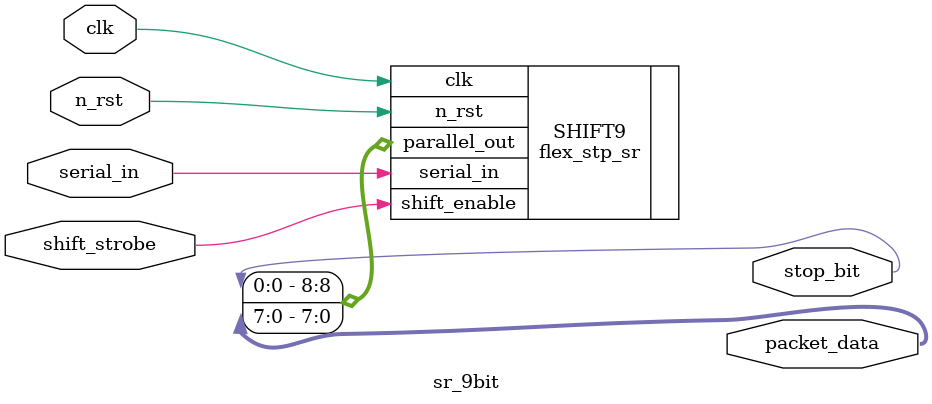
<source format=sv>

module sr_9bit
(
	input clk, n_rst, shift_strobe, serial_in,
	output reg [7:0]packet_data, 
	output reg stop_bit
);

flex_stp_sr #(9, 0) SHIFT9 (.clk(clk),
			    .n_rst(n_rst),
			    .shift_enable(shift_strobe),
			    .serial_in(serial_in),
			    .parallel_out({stop_bit, packet_data}));
endmodule

</source>
